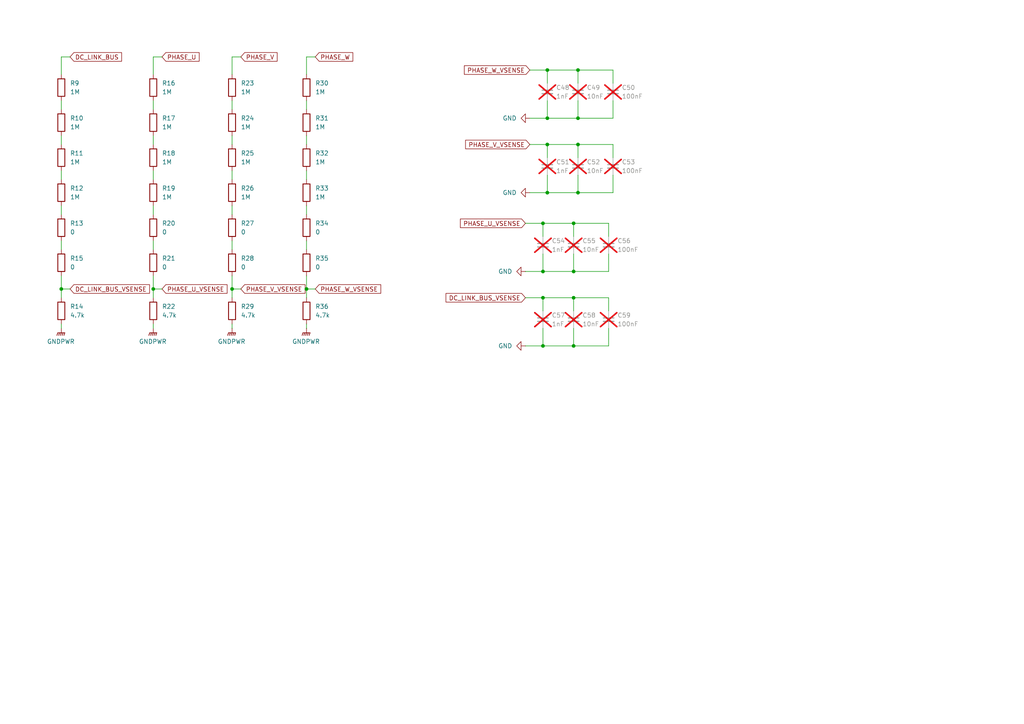
<source format=kicad_sch>
(kicad_sch (version 20250114) (generator "eeschema") (generator_version "9.0")
  (paper "A4")
  (lib_symbols
    (symbol "Device:C_Small" (pin_numbers (hide yes)) (pin_names (offset 0.254) (hide yes))
      (property "Reference" "C" (at 0.254 1.778 0))
      (property "Value" "C_Small" (at 0.254 -2.032 0))
      (symbol "C_Small_0_1"
        (polyline (pts (xy -1.524 0.508) (xy 1.524 0.508)) (stroke (width 0.3048)))
        (polyline (pts (xy -1.524 -0.508) (xy 1.524 -0.508)) (stroke (width 0.3302)))
      )
      (symbol "C_Small_1_1"
        (pin passive line (at 0 2.54 270) (length 2.032) (name "~") (number "1"))
        (pin passive line (at 0 -2.54 90) (length 2.032) (name "~") (number "2"))
      )
    )
    (symbol "Device:R" (pin_numbers (hide yes)) (pin_names (offset 0))
      (property "Reference" "R" (at 2.032 0 90))
      (property "Value" "R" (at 0 0 90))
      (symbol "R_0_1"
        (rectangle (start -1.016 -2.54) (end 1.016 2.54) (stroke (width 0.254)))
      )
      (symbol "R_1_1"
        (pin passive line (at 0 3.81 270) (length 1.27) (name "~") (number "1"))
        (pin passive line (at 0 -3.81 90) (length 1.27) (name "~") (number "2"))
      )
    )
    (symbol "power:GND" (power) (pin_numbers (hide yes)) (pin_names (offset 0) (hide yes))
      (property "Value" "GND" (at 0 -3.81 0))
      (symbol "GND_0_1"
        (polyline (pts (xy 0 0) (xy 0 -1.27) (xy 1.27 -1.27) (xy 0 -2.54) (xy -1.27 -1.27) (xy 0 -1.27)))
      )
      (symbol "GND_1_1"
        (pin power_in line (at 0 0 270) (length 0) (name "~") (number "1"))
      )
    )
    (symbol "power:GNDPWR" (power) (pin_numbers (hide yes)) (pin_names (offset 0) (hide yes))
      (property "Value" "GNDPWR" (at 0 -3.302 0))
      (symbol "GNDPWR_0_1"
        (polyline (pts (xy -1.016 -1.27) (xy -1.27 -2.032) (xy -1.27 -2.032)) (stroke (width 0.2032)))
        (polyline (pts (xy -0.508 -1.27) (xy -0.762 -2.032) (xy -0.762 -2.032)) (stroke (width 0.2032)))
        (polyline (pts (xy 0 -1.27) (xy 0 0)))
        (polyline (pts (xy 0 -1.27) (xy -0.254 -2.032) (xy -0.254 -2.032)) (stroke (width 0.2032)))
        (polyline (pts (xy 0.508 -1.27) (xy 0.254 -2.032) (xy 0.254 -2.032)) (stroke (width 0.2032)))
        (polyline (pts (xy 1.016 -1.27) (xy -1.016 -1.27) (xy -1.016 -1.27)) (stroke (width 0.2032)))
        (polyline (pts (xy 1.016 -1.27) (xy 0.762 -2.032) (xy 0.762 -2.032) (xy 0.762 -2.032)) (stroke (width 0.2032)))
      )
      (symbol "GNDPWR_1_1"
        (pin power_in line (at 0 0 270) (length 0) (name "~") (number "1"))
      )
    )
  )
  (junction (at 158.75 55.88))
  (junction (at 166.37 86.36))
  (junction (at 166.37 64.77))
  (junction (at 166.37 100.33))
  (junction (at 88.9 83.82))
  (junction (at 166.37 78.74))
  (junction (at 158.75 20.32))
  (junction (at 167.64 20.32))
  (junction (at 158.75 34.29))
  (junction (at 157.48 64.77))
  (junction (at 158.75 41.91))
  (junction (at 157.48 86.36))
  (junction (at 44.45 83.82))
  (junction (at 167.64 34.29))
  (junction (at 157.48 78.74))
  (junction (at 67.31 83.82))
  (junction (at 167.64 41.91))
  (junction (at 17.78 83.82))
  (junction (at 157.48 100.33))
  (junction (at 167.64 55.88))
  (wire (pts (xy 17.78 80.01) (xy 17.78 83.82)))
  (wire (pts (xy 44.45 69.85) (xy 44.45 72.39)))
  (wire (pts (xy 177.8 41.91) (xy 177.8 45.72)))
  (wire (pts (xy 157.48 95.25) (xy 157.48 100.33)))
  (wire (pts (xy 44.45 93.98) (xy 44.45 95.25)))
  (wire (pts (xy 157.48 73.66) (xy 157.48 78.74)))
  (wire (pts (xy 166.37 95.25) (xy 166.37 100.33)))
  (wire (pts (xy 167.64 20.32) (xy 167.64 24.13)))
  (wire (pts (xy 166.37 64.77) (xy 166.37 68.58)))
  (wire (pts (xy 167.64 29.21) (xy 167.64 34.29)))
  (wire (pts (xy 67.31 39.37) (xy 67.31 41.91)))
  (wire (pts (xy 153.67 55.88) (xy 158.75 55.88)))
  (wire (pts (xy 176.53 86.36) (xy 176.53 90.17)))
  (wire (pts (xy 88.9 80.01) (xy 88.9 83.82)))
  (wire (pts (xy 17.78 39.37) (xy 17.78 41.91)))
  (wire (pts (xy 157.48 100.33) (xy 166.37 100.33)))
  (wire (pts (xy 44.45 59.69) (xy 44.45 62.23)))
  (wire (pts (xy 88.9 39.37) (xy 88.9 41.91)))
  (wire (pts (xy 88.9 69.85) (xy 88.9 72.39)))
  (wire (pts (xy 152.4 64.77) (xy 157.48 64.77)))
  (wire (pts (xy 67.31 83.82) (xy 69.85 83.82)))
  (wire (pts (xy 177.8 50.8) (xy 177.8 55.88)))
  (wire (pts (xy 153.67 34.29) (xy 158.75 34.29)))
  (wire (pts (xy 17.78 69.85) (xy 17.78 72.39)))
  (wire (pts (xy 91.44 16.51) (xy 88.9 16.51)))
  (wire (pts (xy 44.45 80.01) (xy 44.45 83.82)))
  (wire (pts (xy 44.45 83.82) (xy 46.99 83.82)))
  (wire (pts (xy 157.48 68.58) (xy 157.48 64.77)))
  (wire (pts (xy 69.85 16.51) (xy 67.31 16.51)))
  (wire (pts (xy 157.48 90.17) (xy 157.48 86.36)))
  (wire (pts (xy 177.8 20.32) (xy 177.8 24.13)))
  (wire (pts (xy 166.37 78.74) (xy 176.53 78.74)))
  (wire (pts (xy 67.31 49.53) (xy 67.31 52.07)))
  (wire (pts (xy 17.78 16.51) (xy 17.78 21.59)))
  (wire (pts (xy 158.75 55.88) (xy 167.64 55.88)))
  (wire (pts (xy 88.9 93.98) (xy 88.9 95.25)))
  (wire (pts (xy 44.45 83.82) (xy 44.45 86.36)))
  (wire (pts (xy 158.75 29.21) (xy 158.75 34.29)))
  (wire (pts (xy 158.75 34.29) (xy 167.64 34.29)))
  (wire (pts (xy 166.37 86.36) (xy 166.37 90.17)))
  (wire (pts (xy 44.45 49.53) (xy 44.45 52.07)))
  (wire (pts (xy 67.31 93.98) (xy 67.31 95.25)))
  (wire (pts (xy 17.78 49.53) (xy 17.78 52.07)))
  (wire (pts (xy 88.9 49.53) (xy 88.9 52.07)))
  (wire (pts (xy 44.45 16.51) (xy 44.45 21.59)))
  (wire (pts (xy 88.9 16.51) (xy 88.9 21.59)))
  (wire (pts (xy 166.37 100.33) (xy 176.53 100.33)))
  (wire (pts (xy 44.45 39.37) (xy 44.45 41.91)))
  (wire (pts (xy 44.45 29.21) (xy 44.45 31.75)))
  (wire (pts (xy 67.31 16.51) (xy 67.31 21.59)))
  (wire (pts (xy 166.37 86.36) (xy 176.53 86.36)))
  (wire (pts (xy 152.4 100.33) (xy 157.48 100.33)))
  (wire (pts (xy 67.31 59.69) (xy 67.31 62.23)))
  (wire (pts (xy 88.9 59.69) (xy 88.9 62.23)))
  (wire (pts (xy 46.99 16.51) (xy 44.45 16.51)))
  (wire (pts (xy 167.64 50.8) (xy 167.64 55.88)))
  (wire (pts (xy 88.9 29.21) (xy 88.9 31.75)))
  (wire (pts (xy 17.78 83.82) (xy 17.78 86.36)))
  (wire (pts (xy 17.78 59.69) (xy 17.78 62.23)))
  (wire (pts (xy 158.75 50.8) (xy 158.75 55.88)))
  (wire (pts (xy 153.67 41.91) (xy 158.75 41.91)))
  (wire (pts (xy 158.75 20.32) (xy 167.64 20.32)))
  (wire (pts (xy 88.9 83.82) (xy 88.9 86.36)))
  (wire (pts (xy 157.48 78.74) (xy 166.37 78.74)))
  (wire (pts (xy 167.64 55.88) (xy 177.8 55.88)))
  (wire (pts (xy 176.53 64.77) (xy 176.53 68.58)))
  (wire (pts (xy 158.75 24.13) (xy 158.75 20.32)))
  (wire (pts (xy 152.4 78.74) (xy 157.48 78.74)))
  (wire (pts (xy 152.4 86.36) (xy 157.48 86.36)))
  (wire (pts (xy 153.67 20.32) (xy 158.75 20.32)))
  (wire (pts (xy 17.78 93.98) (xy 17.78 95.25)))
  (wire (pts (xy 17.78 83.82) (xy 20.32 83.82)))
  (wire (pts (xy 177.8 29.21) (xy 177.8 34.29)))
  (wire (pts (xy 167.64 41.91) (xy 177.8 41.91)))
  (wire (pts (xy 176.53 73.66) (xy 176.53 78.74)))
  (wire (pts (xy 67.31 80.01) (xy 67.31 83.82)))
  (wire (pts (xy 158.75 45.72) (xy 158.75 41.91)))
  (wire (pts (xy 167.64 34.29) (xy 177.8 34.29)))
  (wire (pts (xy 20.32 16.51) (xy 17.78 16.51)))
  (wire (pts (xy 166.37 73.66) (xy 166.37 78.74)))
  (wire (pts (xy 67.31 29.21) (xy 67.31 31.75)))
  (wire (pts (xy 67.31 83.82) (xy 67.31 86.36)))
  (wire (pts (xy 157.48 64.77) (xy 166.37 64.77)))
  (wire (pts (xy 157.48 86.36) (xy 166.37 86.36)))
  (wire (pts (xy 167.64 20.32) (xy 177.8 20.32)))
  (wire (pts (xy 17.78 29.21) (xy 17.78 31.75)))
  (wire (pts (xy 88.9 83.82) (xy 91.44 83.82)))
  (wire (pts (xy 166.37 64.77) (xy 176.53 64.77)))
  (wire (pts (xy 176.53 95.25) (xy 176.53 100.33)))
  (wire (pts (xy 158.75 41.91) (xy 167.64 41.91)))
  (wire (pts (xy 67.31 69.85) (xy 67.31 72.39)))
  (wire (pts (xy 167.64 41.91) (xy 167.64 45.72)))
  (global_label "PHASE_V_VSENSE" (shape input) (at 153.67 41.91 180) (property "Intersheetrefs" "${INTERSHEET_REFS}" (effects (hide yes))))
  (global_label "PHASE_U" (shape input) (at 46.99 16.51 0) (property "Intersheetrefs" "${INTERSHEET_REFS}" (effects (hide yes))))
  (global_label "DC_LINK_BUS_VSENSE" (shape input) (at 20.32 83.82 0) (property "Intersheetrefs" "${INTERSHEET_REFS}" (effects (hide yes))))
  (global_label "DC_LINK_BUS" (shape input) (at 20.32 16.51 0) (property "Intersheetrefs" "${INTERSHEET_REFS}" (effects (hide yes))))
  (global_label "PHASE_V" (shape input) (at 69.85 16.51 0) (property "Intersheetrefs" "${INTERSHEET_REFS}" (effects (hide yes))))
  (global_label "PHASE_W_VSENSE" (shape input) (at 91.44 83.82 0) (property "Intersheetrefs" "${INTERSHEET_REFS}" (effects (hide yes))))
  (global_label "PHASE_W" (shape input) (at 91.44 16.51 0) (property "Intersheetrefs" "${INTERSHEET_REFS}" (effects (hide yes))))
  (global_label "PHASE_U_VSENSE" (shape input) (at 152.4 64.77 180) (property "Intersheetrefs" "${INTERSHEET_REFS}" (effects (hide yes))))
  (global_label "PHASE_U_VSENSE" (shape input) (at 46.99 83.82 0) (property "Intersheetrefs" "${INTERSHEET_REFS}" (effects (hide yes))))
  (global_label "PHASE_V_VSENSE" (shape input) (at 69.85 83.82 0) (property "Intersheetrefs" "${INTERSHEET_REFS}" (effects (hide yes))))
  (global_label "PHASE_W_VSENSE" (shape input) (at 153.67 20.32 180) (property "Intersheetrefs" "${INTERSHEET_REFS}" (effects (hide yes))))
  (global_label "DC_LINK_BUS_VSENSE" (shape input) (at 152.4 86.36 180) (property "Intersheetrefs" "${INTERSHEET_REFS}" (effects (hide yes))))
  (symbol (lib_id "power:GNDPWR") (at 44.45 95.25 0) (unit 1)
    (property "Reference" "#PWR023" (effects (hide yes)))
    (property "Value" "GNDPWR" (at 44.323 99.06 0))
    (property "Description" "Power symbol creates a global label with name \"GNDPWR\" , global ground" (effects (hide yes)))
  )
  (symbol (lib_id "Device:R") (at 44.45 76.2 180) (unit 1)
    (property "Reference" "R21" (at 46.99 74.9299 0) (effects (justify right)))
    (property "Value" "0" (at 46.99 77.4699 0) (effects (justify right)))
    (property "Footprint" "Resistor_SMD:R_1210_3225Metric_Pad1.30x2.65mm_HandSolder" (effects (hide yes)))
    (property "Description" "Resistor" (effects (hide yes)))
  )
  (symbol (lib_id "Device:C_Small") (at 167.64 48.26 0) (unit 1) (dnp yes)
    (property "Reference" "C52" (at 170.18 46.9962 0) (effects (justify left)))
    (property "Value" "10nF" (at 170.18 49.5362 0) (effects (justify left)))
    (property "Footprint" "Capacitor_SMD:C_1210_3225Metric_Pad1.33x2.70mm_HandSolde" (effects (hide yes)))
    (property "Description" "Unpolarized capacitor, small symbol" (effects (hide yes)))
  )
  (symbol (lib_id "Device:R") (at 88.9 55.88 180) (unit 1)
    (property "Reference" "R33" (at 91.44 54.6099 0) (effects (justify right)))
    (property "Value" "1M" (at 91.44 57.1499 0) (effects (justify right)))
    (property "Footprint" "Resistor_SMD:R_1210_3225Metric_Pad1.30x2.65mm_HandSolder" (effects (hide yes)))
    (property "Description" "Resistor" (effects (hide yes)))
  )
  (symbol (lib_id "Device:C_Small") (at 167.64 26.67 0) (unit 1) (dnp yes)
    (property "Reference" "C49" (at 170.18 25.4062 0) (effects (justify left)))
    (property "Value" "10nF" (at 170.18 27.9462 0) (effects (justify left)))
    (property "Footprint" "Capacitor_SMD:C_1210_3225Metric_Pad1.33x2.70mm_HandSolde" (effects (hide yes)))
    (property "Description" "Unpolarized capacitor, small symbol" (effects (hide yes)))
  )
  (symbol (lib_id "Device:R") (at 17.78 35.56 180) (unit 1)
    (property "Reference" "R10" (at 20.32 34.2899 0) (effects (justify right)))
    (property "Value" "1M" (at 20.32 36.8299 0) (effects (justify right)))
    (property "Footprint" "Resistor_SMD:R_1210_3225Metric_Pad1.30x2.65mm_HandSolder" (effects (hide yes)))
    (property "Description" "Resistor" (effects (hide yes)))
  )
  (symbol (lib_id "Device:C_Small") (at 177.8 48.26 0) (unit 1) (dnp yes)
    (property "Reference" "C53" (at 180.34 46.9962 0) (effects (justify left)))
    (property "Value" "100nF" (at 180.34 49.5362 0) (effects (justify left)))
    (property "Footprint" "Capacitor_SMD:C_1210_3225Metric_Pad1.33x2.70mm_HandSolde" (effects (hide yes)))
    (property "Description" "Unpolarized capacitor, small symbol" (effects (hide yes)))
  )
  (symbol (lib_id "Device:C_Small") (at 177.8 26.67 0) (unit 1) (dnp yes)
    (property "Reference" "C50" (at 180.34 25.4062 0) (effects (justify left)))
    (property "Value" "100nF" (at 180.34 27.9462 0) (effects (justify left)))
    (property "Footprint" "Capacitor_SMD:C_1210_3225Metric_Pad1.33x2.70mm_HandSolde" (effects (hide yes)))
    (property "Description" "Unpolarized capacitor, small symbol" (effects (hide yes)))
  )
  (symbol (lib_id "power:GND") (at 153.67 55.88 270) (unit 1)
    (property "Reference" "#PWR068" (effects (hide yes)))
    (property "Value" "GND" (at 149.86 55.8799 90) (effects (justify right)))
    (property "Description" "Power symbol creates a global label with name \"GND\" , ground" (effects (hide yes)))
  )
  (symbol (lib_id "Device:R") (at 44.45 90.17 180) (unit 1)
    (property "Reference" "R22" (at 46.99 88.8999 0) (effects (justify right)))
    (property "Value" "4.7k" (at 46.99 91.4399 0) (effects (justify right)))
    (property "Footprint" "Resistor_SMD:R_1210_3225Metric_Pad1.30x2.65mm_HandSolder" (effects (hide yes)))
    (property "Description" "Resistor" (effects (hide yes)))
  )
  (symbol (lib_id "power:GND") (at 153.67 34.29 270) (unit 1)
    (property "Reference" "#PWR067" (effects (hide yes)))
    (property "Value" "GND" (at 149.86 34.2899 90) (effects (justify right)))
    (property "Description" "Power symbol creates a global label with name \"GND\" , ground" (effects (hide yes)))
  )
  (symbol (lib_id "Device:C_Small") (at 166.37 71.12 0) (unit 1) (dnp yes)
    (property "Reference" "C55" (at 168.91 69.8562 0) (effects (justify left)))
    (property "Value" "10nF" (at 168.91 72.3962 0) (effects (justify left)))
    (property "Footprint" "Capacitor_SMD:C_1210_3225Metric_Pad1.33x2.70mm_HandSolde" (effects (hide yes)))
    (property "Description" "Unpolarized capacitor, small symbol" (effects (hide yes)))
  )
  (symbol (lib_id "Device:R") (at 88.9 35.56 180) (unit 1)
    (property "Reference" "R31" (at 91.44 34.2899 0) (effects (justify right)))
    (property "Value" "1M" (at 91.44 36.8299 0) (effects (justify right)))
    (property "Footprint" "Resistor_SMD:R_1210_3225Metric_Pad1.30x2.65mm_HandSolder" (effects (hide yes)))
    (property "Description" "Resistor" (effects (hide yes)))
  )
  (symbol (lib_id "Device:R") (at 44.45 55.88 180) (unit 1)
    (property "Reference" "R19" (at 46.99 54.6099 0) (effects (justify right)))
    (property "Value" "1M" (at 46.99 57.1499 0) (effects (justify right)))
    (property "Footprint" "Resistor_SMD:R_1210_3225Metric_Pad1.30x2.65mm_HandSolder" (effects (hide yes)))
    (property "Description" "Resistor" (effects (hide yes)))
  )
  (symbol (lib_id "Device:R") (at 88.9 45.72 180) (unit 1)
    (property "Reference" "R32" (at 91.44 44.4499 0) (effects (justify right)))
    (property "Value" "1M" (at 91.44 46.9899 0) (effects (justify right)))
    (property "Footprint" "Resistor_SMD:R_1210_3225Metric_Pad1.30x2.65mm_HandSolder" (effects (hide yes)))
    (property "Description" "Resistor" (effects (hide yes)))
  )
  (symbol (lib_id "Device:R") (at 88.9 66.04 180) (unit 1)
    (property "Reference" "R34" (at 91.44 64.7699 0) (effects (justify right)))
    (property "Value" "0" (at 91.44 67.3099 0) (effects (justify right)))
    (property "Footprint" "Resistor_SMD:R_1210_3225Metric_Pad1.30x2.65mm_HandSolder" (effects (hide yes)))
    (property "Description" "Resistor" (effects (hide yes)))
  )
  (symbol (lib_id "Device:R") (at 17.78 76.2 180) (unit 1)
    (property "Reference" "R15" (at 20.32 74.9299 0) (effects (justify right)))
    (property "Value" "0" (at 20.32 77.4699 0) (effects (justify right)))
    (property "Footprint" "Resistor_SMD:R_1210_3225Metric_Pad1.30x2.65mm_HandSolder" (effects (hide yes)))
    (property "Description" "Resistor" (effects (hide yes)))
  )
  (symbol (lib_id "power:GNDPWR") (at 17.78 95.25 0) (unit 1)
    (property "Reference" "#PWR022" (effects (hide yes)))
    (property "Value" "GNDPWR" (at 17.653 99.06 0))
    (property "Description" "Power symbol creates a global label with name \"GNDPWR\" , global ground" (effects (hide yes)))
  )
  (symbol (lib_id "Device:R") (at 67.31 35.56 180) (unit 1)
    (property "Reference" "R24" (at 69.85 34.2899 0) (effects (justify right)))
    (property "Value" "1M" (at 69.85 36.8299 0) (effects (justify right)))
    (property "Footprint" "Resistor_SMD:R_1210_3225Metric_Pad1.30x2.65mm_HandSolder" (effects (hide yes)))
    (property "Description" "Resistor" (effects (hide yes)))
  )
  (symbol (lib_id "Device:C_Small") (at 166.37 92.71 0) (unit 1) (dnp yes)
    (property "Reference" "C58" (at 168.91 91.4462 0) (effects (justify left)))
    (property "Value" "10nF" (at 168.91 93.9862 0) (effects (justify left)))
    (property "Footprint" "Capacitor_SMD:C_1210_3225Metric_Pad1.33x2.70mm_HandSolde" (effects (hide yes)))
    (property "Description" "Unpolarized capacitor, small symbol" (effects (hide yes)))
  )
  (symbol (lib_id "Device:R") (at 67.31 55.88 180) (unit 1)
    (property "Reference" "R26" (at 69.85 54.6099 0) (effects (justify right)))
    (property "Value" "1M" (at 69.85 57.1499 0) (effects (justify right)))
    (property "Footprint" "Resistor_SMD:R_1210_3225Metric_Pad1.30x2.65mm_HandSolder" (effects (hide yes)))
    (property "Description" "Resistor" (effects (hide yes)))
  )
  (symbol (lib_id "Device:R") (at 67.31 90.17 180) (unit 1)
    (property "Reference" "R29" (at 69.85 88.8999 0) (effects (justify right)))
    (property "Value" "4.7k" (at 69.85 91.4399 0) (effects (justify right)))
    (property "Footprint" "Resistor_SMD:R_1210_3225Metric_Pad1.30x2.65mm_HandSolder" (effects (hide yes)))
    (property "Description" "Resistor" (effects (hide yes)))
  )
  (symbol (lib_id "Device:R") (at 44.45 35.56 180) (unit 1)
    (property "Reference" "R17" (at 46.99 34.2899 0) (effects (justify right)))
    (property "Value" "1M" (at 46.99 36.8299 0) (effects (justify right)))
    (property "Footprint" "Resistor_SMD:R_1210_3225Metric_Pad1.30x2.65mm_HandSolder" (effects (hide yes)))
    (property "Description" "Resistor" (effects (hide yes)))
  )
  (symbol (lib_id "Device:C_Small") (at 157.48 92.71 0) (unit 1) (dnp yes)
    (property "Reference" "C57" (at 160.02 91.4462 0) (effects (justify left)))
    (property "Value" "1nF" (at 160.02 93.9862 0) (effects (justify left)))
    (property "Footprint" "Capacitor_SMD:C_1210_3225Metric_Pad1.33x2.70mm_HandSolder" (effects (hide yes)))
    (property "Description" "Unpolarized capacitor, small symbol" (effects (hide yes)))
  )
  (symbol (lib_id "Device:R") (at 67.31 76.2 180) (unit 1)
    (property "Reference" "R28" (at 69.85 74.9299 0) (effects (justify right)))
    (property "Value" "0" (at 69.85 77.4699 0) (effects (justify right)))
    (property "Footprint" "Resistor_SMD:R_1210_3225Metric_Pad1.30x2.65mm_HandSolder" (effects (hide yes)))
    (property "Description" "Resistor" (effects (hide yes)))
  )
  (symbol (lib_id "Device:R") (at 17.78 66.04 180) (unit 1)
    (property "Reference" "R13" (at 20.32 64.7699 0) (effects (justify right)))
    (property "Value" "0" (at 20.32 67.3099 0) (effects (justify right)))
    (property "Footprint" "Resistor_SMD:R_1210_3225Metric_Pad1.30x2.65mm_HandSolder" (effects (hide yes)))
    (property "Description" "Resistor" (effects (hide yes)))
  )
  (symbol (lib_id "Device:R") (at 17.78 55.88 180) (unit 1)
    (property "Reference" "R12" (at 20.32 54.6099 0) (effects (justify right)))
    (property "Value" "1M" (at 20.32 57.1499 0) (effects (justify right)))
    (property "Footprint" "Resistor_SMD:R_1210_3225Metric_Pad1.30x2.65mm_HandSolder" (effects (hide yes)))
    (property "Description" "Resistor" (effects (hide yes)))
  )
  (symbol (lib_id "Device:C_Small") (at 158.75 48.26 0) (unit 1) (dnp yes)
    (property "Reference" "C51" (at 161.29 46.9962 0) (effects (justify left)))
    (property "Value" "1nF" (at 161.29 49.5362 0) (effects (justify left)))
    (property "Footprint" "Capacitor_SMD:C_1210_3225Metric_Pad1.33x2.70mm_HandSolder" (effects (hide yes)))
    (property "Description" "Unpolarized capacitor, small symbol" (effects (hide yes)))
  )
  (symbol (lib_id "Device:R") (at 17.78 45.72 180) (unit 1)
    (property "Reference" "R11" (at 20.32 44.4499 0) (effects (justify right)))
    (property "Value" "1M" (at 20.32 46.9899 0) (effects (justify right)))
    (property "Footprint" "Resistor_SMD:R_1210_3225Metric_Pad1.30x2.65mm_HandSolder" (effects (hide yes)))
    (property "Description" "Resistor" (effects (hide yes)))
  )
  (symbol (lib_id "Device:R") (at 67.31 25.4 180) (unit 1)
    (property "Reference" "R23" (at 69.85 24.1299 0) (effects (justify right)))
    (property "Value" "1M" (at 69.85 26.6699 0) (effects (justify right)))
    (property "Footprint" "Resistor_SMD:R_1210_3225Metric_Pad1.30x2.65mm_HandSolder" (effects (hide yes)))
    (property "Description" "Resistor" (effects (hide yes)))
  )
  (symbol (lib_id "power:GNDPWR") (at 67.31 95.25 0) (unit 1)
    (property "Reference" "#PWR024" (effects (hide yes)))
    (property "Value" "GNDPWR" (at 67.183 99.06 0))
    (property "Description" "Power symbol creates a global label with name \"GNDPWR\" , global ground" (effects (hide yes)))
  )
  (symbol (lib_id "Device:R") (at 67.31 45.72 180) (unit 1)
    (property "Reference" "R25" (at 69.85 44.4499 0) (effects (justify right)))
    (property "Value" "1M" (at 69.85 46.9899 0) (effects (justify right)))
    (property "Footprint" "Resistor_SMD:R_1210_3225Metric_Pad1.30x2.65mm_HandSolder" (effects (hide yes)))
    (property "Description" "Resistor" (effects (hide yes)))
  )
  (symbol (lib_id "Device:R") (at 17.78 90.17 180) (unit 1)
    (property "Reference" "R14" (at 20.32 88.8999 0) (effects (justify right)))
    (property "Value" "4.7k" (at 20.32 91.4399 0) (effects (justify right)))
    (property "Footprint" "Resistor_SMD:R_1210_3225Metric_Pad1.30x2.65mm_HandSolder" (effects (hide yes)))
    (property "Description" "Resistor" (effects (hide yes)))
  )
  (symbol (lib_id "Device:R") (at 88.9 76.2 180) (unit 1)
    (property "Reference" "R35" (at 91.44 74.9299 0) (effects (justify right)))
    (property "Value" "0" (at 91.44 77.4699 0) (effects (justify right)))
    (property "Footprint" "Resistor_SMD:R_1210_3225Metric_Pad1.30x2.65mm_HandSolder" (effects (hide yes)))
    (property "Description" "Resistor" (effects (hide yes)))
  )
  (symbol (lib_id "Device:R") (at 88.9 90.17 180) (unit 1)
    (property "Reference" "R36" (at 91.44 88.8999 0) (effects (justify right)))
    (property "Value" "4.7k" (at 91.44 91.4399 0) (effects (justify right)))
    (property "Footprint" "Resistor_SMD:R_1210_3225Metric_Pad1.30x2.65mm_HandSolder" (effects (hide yes)))
    (property "Description" "Resistor" (effects (hide yes)))
  )
  (symbol (lib_id "Device:R") (at 44.45 66.04 180) (unit 1)
    (property "Reference" "R20" (at 46.99 64.7699 0) (effects (justify right)))
    (property "Value" "0" (at 46.99 67.3099 0) (effects (justify right)))
    (property "Footprint" "Resistor_SMD:R_1210_3225Metric_Pad1.30x2.65mm_HandSolder" (effects (hide yes)))
    (property "Description" "Resistor" (effects (hide yes)))
  )
  (symbol (lib_id "Device:C_Small") (at 176.53 71.12 0) (unit 1) (dnp yes)
    (property "Reference" "C56" (at 179.07 69.8562 0) (effects (justify left)))
    (property "Value" "100nF" (at 179.07 72.3962 0) (effects (justify left)))
    (property "Footprint" "Capacitor_SMD:C_1210_3225Metric_Pad1.33x2.70mm_HandSolde" (effects (hide yes)))
    (property "Description" "Unpolarized capacitor, small symbol" (effects (hide yes)))
  )
  (symbol (lib_id "Device:C_Small") (at 157.48 71.12 0) (unit 1) (dnp yes)
    (property "Reference" "C54" (at 160.02 69.8562 0) (effects (justify left)))
    (property "Value" "1nF" (at 160.02 72.3962 0) (effects (justify left)))
    (property "Footprint" "Capacitor_SMD:C_1210_3225Metric_Pad1.33x2.70mm_HandSolder" (effects (hide yes)))
    (property "Description" "Unpolarized capacitor, small symbol" (effects (hide yes)))
  )
  (symbol (lib_id "Device:C_Small") (at 176.53 92.71 0) (unit 1) (dnp yes)
    (property "Reference" "C59" (at 179.07 91.4462 0) (effects (justify left)))
    (property "Value" "100nF" (at 179.07 93.9862 0) (effects (justify left)))
    (property "Footprint" "Capacitor_SMD:C_1210_3225Metric_Pad1.33x2.70mm_HandSolde" (effects (hide yes)))
    (property "Description" "Unpolarized capacitor, small symbol" (effects (hide yes)))
  )
  (symbol (lib_id "Device:R") (at 44.45 25.4 180) (unit 1)
    (property "Reference" "R16" (at 46.99 24.1299 0) (effects (justify right)))
    (property "Value" "1M" (at 46.99 26.6699 0) (effects (justify right)))
    (property "Footprint" "Resistor_SMD:R_1210_3225Metric_Pad1.30x2.65mm_HandSolder" (effects (hide yes)))
    (property "Description" "Resistor" (effects (hide yes)))
  )
  (symbol (lib_id "Device:C_Small") (at 158.75 26.67 0) (unit 1) (dnp yes)
    (property "Reference" "C48" (at 161.29 25.4062 0) (effects (justify left)))
    (property "Value" "1nF" (at 161.29 27.9462 0) (effects (justify left)))
    (property "Footprint" "Capacitor_SMD:C_1210_3225Metric_Pad1.33x2.70mm_HandSolder" (effects (hide yes)))
    (property "Description" "Unpolarized capacitor, small symbol" (effects (hide yes)))
  )
  (symbol (lib_id "Device:R") (at 88.9 25.4 180) (unit 1)
    (property "Reference" "R30" (at 91.44 24.1299 0) (effects (justify right)))
    (property "Value" "1M" (at 91.44 26.6699 0) (effects (justify right)))
    (property "Footprint" "Resistor_SMD:R_1210_3225Metric_Pad1.30x2.65mm_HandSolder" (effects (hide yes)))
    (property "Description" "Resistor" (effects (hide yes)))
  )
  (symbol (lib_id "Device:R") (at 17.78 25.4 180) (unit 1)
    (property "Reference" "R9" (at 20.32 24.1299 0) (effects (justify right)))
    (property "Value" "1M" (at 20.32 26.6699 0) (effects (justify right)))
    (property "Footprint" "Resistor_SMD:R_1210_3225Metric_Pad1.30x2.65mm_HandSolder" (effects (hide yes)))
    (property "Description" "Resistor" (effects (hide yes)))
  )
  (symbol (lib_id "power:GND") (at 152.4 100.33 270) (unit 1)
    (property "Reference" "#PWR070" (effects (hide yes)))
    (property "Value" "GND" (at 148.59 100.3299 90) (effects (justify right)))
    (property "Description" "Power symbol creates a global label with name \"GND\" , ground" (effects (hide yes)))
  )
  (symbol (lib_id "Device:R") (at 67.31 66.04 180) (unit 1)
    (property "Reference" "R27" (at 69.85 64.7699 0) (effects (justify right)))
    (property "Value" "0" (at 69.85 67.3099 0) (effects (justify right)))
    (property "Footprint" "Resistor_SMD:R_1210_3225Metric_Pad1.30x2.65mm_HandSolder" (effects (hide yes)))
    (property "Description" "Resistor" (effects (hide yes)))
  )
  (symbol (lib_id "Device:R") (at 44.45 45.72 180) (unit 1)
    (property "Reference" "R18" (at 46.99 44.4499 0) (effects (justify right)))
    (property "Value" "1M" (at 46.99 46.9899 0) (effects (justify right)))
    (property "Footprint" "Resistor_SMD:R_1210_3225Metric_Pad1.30x2.65mm_HandSolder" (effects (hide yes)))
    (property "Description" "Resistor" (effects (hide yes)))
  )
  (symbol (lib_id "power:GND") (at 152.4 78.74 270) (unit 1)
    (property "Reference" "#PWR069" (effects (hide yes)))
    (property "Value" "GND" (at 148.59 78.7399 90) (effects (justify right)))
    (property "Description" "Power symbol creates a global label with name \"GND\" , ground" (effects (hide yes)))
  )
  (symbol (lib_id "power:GNDPWR") (at 88.9 95.25 0) (unit 1)
    (property "Reference" "#PWR025" (effects (hide yes)))
    (property "Value" "GNDPWR" (at 88.773 99.06 0))
    (property "Description" "Power symbol creates a global label with name \"GNDPWR\" , global ground" (effects (hide yes)))
  )
)
</source>
